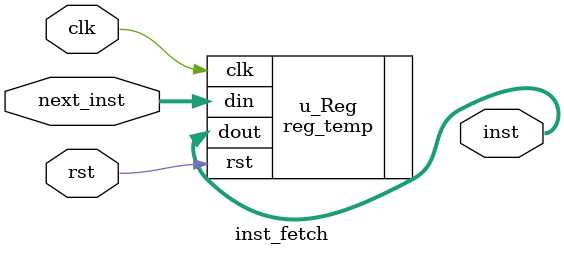
<source format=sv>
module inst_fetch (
    input  logic        clk,
    input  logic        rst,
    input  logic [63:0] next_inst,
    output logic [63:0] inst
);

    reg_temp #(
        .DATA_WIDTH(63),
        .RESET_VAL (0)
    ) u_Reg (
        .clk (clk),
        .rst (rst),
        .din (next_inst),
        .dout(inst)
    );

endmodule  //InstFetch

</source>
